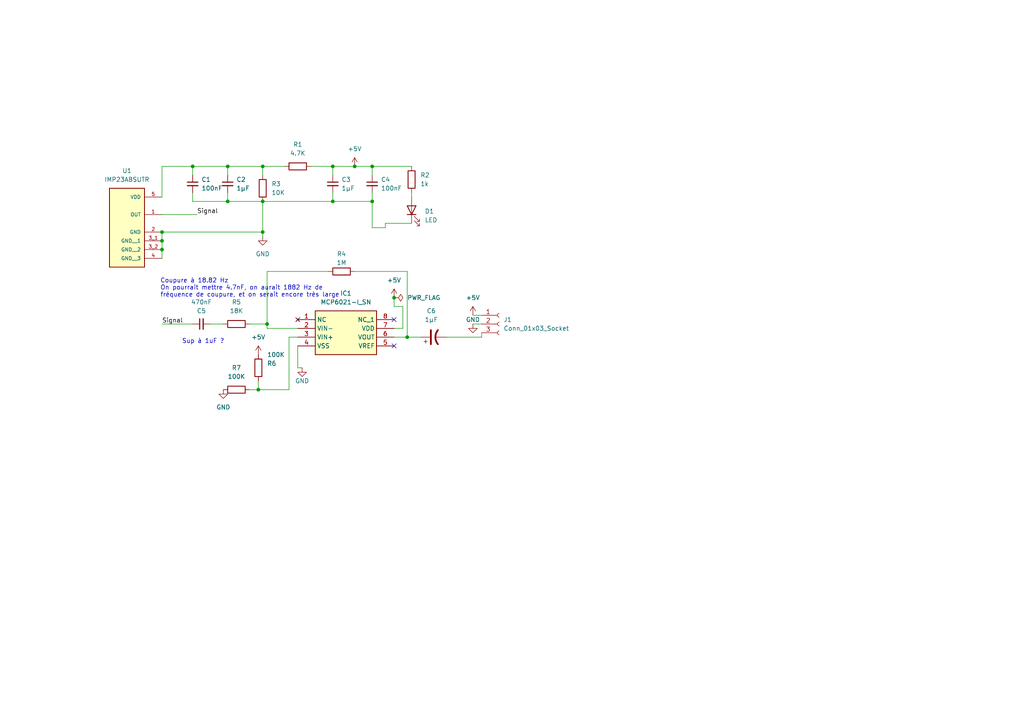
<source format=kicad_sch>
(kicad_sch (version 20250114) (generator "eeschema") (generator_version "9.0")
  (paper "A4")
  (lib_symbols
    (symbol "Connector:Conn_01x03_Socket" (pin_names (offset 1.016) (hide yes))
      (property "Reference" "J" (at 0 5.08 0))
      (property "Value" "Conn_01x03_Socket" (at 0 -5.08 0))
      (symbol "Conn_01x03_Socket_1_1"
        (polyline (pts (xy -1.27 2.54) (xy -0.508 2.54)) (stroke (width 0.1524)))
        (polyline (pts (xy -1.27 0) (xy -0.508 0)) (stroke (width 0.1524)))
        (polyline (pts (xy -1.27 -2.54) (xy -0.508 -2.54)) (stroke (width 0.1524)))
        (arc (start 0 2.032) (mid -0.5058 2.54) (end 0 3.048) (stroke (width 0.1524)))
        (arc (start 0 -0.508) (mid -0.5058 0) (end 0 0.508) (stroke (width 0.1524)))
        (arc (start 0 -3.048) (mid -0.5058 -2.54) (end 0 -2.032) (stroke (width 0.1524)))
        (pin passive line (at -5.08 2.54 0) (length 3.81) (name "Pin_1") (number "1"))
        (pin passive line (at -5.08 0 0) (length 3.81) (name "Pin_2") (number "2"))
        (pin passive line (at -5.08 -2.54 0) (length 3.81) (name "Pin_3") (number "3"))
      )
    )
    (symbol "Device:C_Polarized_US" (pin_numbers (hide yes)) (pin_names (offset 0.254) (hide yes))
      (property "Reference" "C" (at 0.635 2.54 0))
      (property "Value" "C_Polarized_US" (at 0.635 -2.54 0))
      (symbol "C_Polarized_US_0_1"
        (polyline (pts (xy -2.032 0.762) (xy 2.032 0.762)) (stroke (width 0.508)))
        (polyline (pts (xy -1.778 2.286) (xy -0.762 2.286)))
        (polyline (pts (xy -1.27 1.778) (xy -1.27 2.794)))
        (arc (start -2.032 -1.27) (mid 0 -0.5572) (end 2.032 -1.27) (stroke (width 0.508)))
      )
      (symbol "C_Polarized_US_1_1"
        (pin passive line (at 0 3.81 270) (length 2.794) (name "~") (number "1"))
        (pin passive line (at 0 -3.81 90) (length 3.302) (name "~") (number "2"))
      )
    )
    (symbol "Device:C_Small" (pin_numbers (hide yes)) (pin_names (offset 0.254) (hide yes))
      (property "Reference" "C" (at 0.254 1.778 0))
      (property "Value" "C_Small" (at 0.254 -2.032 0))
      (symbol "C_Small_0_1"
        (polyline (pts (xy -1.524 0.508) (xy 1.524 0.508)) (stroke (width 0.3048)))
        (polyline (pts (xy -1.524 -0.508) (xy 1.524 -0.508)) (stroke (width 0.3302)))
      )
      (symbol "C_Small_1_1"
        (pin passive line (at 0 2.54 270) (length 2.032) (name "~") (number "1"))
        (pin passive line (at 0 -2.54 90) (length 2.032) (name "~") (number "2"))
      )
    )
    (symbol "Device:LED" (pin_numbers (hide yes)) (pin_names (offset 1.016) (hide yes))
      (property "Reference" "D" (at 0 2.54 0))
      (property "Value" "LED" (at 0 -2.54 0))
      (symbol "LED_0_1"
        (polyline (pts (xy -3.048 -0.762) (xy -4.572 -2.286) (xy -3.81 -2.286) (xy -4.572 -2.286) (xy -4.572 -1.524)))
        (polyline (pts (xy -1.778 -0.762) (xy -3.302 -2.286) (xy -2.54 -2.286) (xy -3.302 -2.286) (xy -3.302 -1.524)))
        (polyline (pts (xy -1.27 0) (xy 1.27 0)))
        (polyline (pts (xy -1.27 -1.27) (xy -1.27 1.27)) (stroke (width 0.254)))
        (polyline (pts (xy 1.27 -1.27) (xy 1.27 1.27) (xy -1.27 0) (xy 1.27 -1.27)) (stroke (width 0.254)))
      )
      (symbol "LED_1_1"
        (pin passive line (at -3.81 0 0) (length 2.54) (name "K") (number "1"))
        (pin passive line (at 3.81 0 180) (length 2.54) (name "A") (number "2"))
      )
    )
    (symbol "Device:R" (pin_numbers (hide yes)) (pin_names (offset 0))
      (property "Reference" "R" (at 2.032 0 90))
      (property "Value" "R" (at 0 0 90))
      (symbol "R_0_1"
        (rectangle (start -1.016 -2.54) (end 1.016 2.54) (stroke (width 0.254)))
      )
      (symbol "R_1_1"
        (pin passive line (at 0 3.81 270) (length 1.27) (name "~") (number "1"))
        (pin passive line (at 0 -3.81 90) (length 1.27) (name "~") (number "2"))
      )
    )
    (symbol "MCP6021-I_SN:MCP6021-I_SN"
      (property "Reference" "IC" (at 24.13 7.62 0))
      (property "Value" "MCP6021-I_SN" (at 24.13 5.08 0))
      (symbol "MCP6021-I_SN_1_1"
        (rectangle (start 5.08 2.54) (end 22.86 -10.16) (stroke (width 0.254)) (fill (type background)))
        (pin no_connect line (at 0 0 0) (length 5.08) (name "NC") (number "1"))
        (pin passive line (at 0 -2.54 0) (length 5.08) (name "VIN-") (number "2"))
        (pin passive line (at 0 -5.08 0) (length 5.08) (name "VIN+") (number "3"))
        (pin passive line (at 0 -7.62 0) (length 5.08) (name "VSS") (number "4"))
        (pin passive line (at 27.94 0 180) (length 5.08) (name "NC_1") (number "8"))
        (pin passive line (at 27.94 -2.54 180) (length 5.08) (name "VDD") (number "7"))
        (pin passive line (at 27.94 -5.08 180) (length 5.08) (name "VOUT") (number "6"))
        (pin passive line (at 27.94 -7.62 180) (length 5.08) (name "VREF") (number "5"))
      )
    )
    (symbol "_OCTAV_symbols:IMP23ABSUTR" (pin_names (offset 1.016))
      (property "Reference" "U" (at -5.08 8.382 0))
      (property "Value" "IMP23ABSUTR" (at -5.08 -17.78 0))
      (symbol "IMP23ABSUTR_0_0"
        (rectangle (start -5.08 -15.24) (end 5.08 7.62) (stroke (width 0.254)) (fill (type background)))
        (pin power_in line (at 10.16 5.08 180) (length 5.08) (name "VDD") (number "5"))
        (pin output line (at 10.16 0 180) (length 5.08) (name "OUT") (number "1"))
        (pin power_in line (at 10.16 -5.08 180) (length 5.08) (name "GND") (number "2"))
        (pin power_in line (at 10.16 -7.62 180) (length 5.08) (name "GND__1") (number "3_1"))
        (pin power_in line (at 10.16 -10.16 180) (length 5.08) (name "GND__2") (number "3_2"))
        (pin power_in line (at 10.16 -12.7 180) (length 5.08) (name "GND__3") (number "4"))
      )
    )
    (symbol "power:+5V" (power) (pin_names (offset 0))
      (property "Value" "+5V" (at 0 3.556 0))
      (symbol "+5V_0_1"
        (polyline (pts (xy -0.762 1.27) (xy 0 2.54)))
        (polyline (pts (xy 0 2.54) (xy 0.762 1.27)))
        (polyline (pts (xy 0 0) (xy 0 2.54)))
      )
      (symbol "+5V_1_1"
        (pin power_in line (at 0 0 90) (length 0) (hide yes) (name "+5V") (number "1"))
      )
    )
    (symbol "power:GND" (power) (pin_names (offset 0))
      (property "Value" "GND" (at 0 -3.81 0))
      (symbol "GND_0_1"
        (polyline (pts (xy 0 0) (xy 0 -1.27) (xy 1.27 -1.27) (xy 0 -2.54) (xy -1.27 -1.27) (xy 0 -1.27)))
      )
      (symbol "GND_1_1"
        (pin power_in line (at 0 0 270) (length 0) (hide yes) (name "GND") (number "1"))
      )
    )
    (symbol "power:PWR_FLAG" (power) (pin_numbers (hide yes)) (pin_names (offset 0) (hide yes))
      (property "Value" "PWR_FLAG" (at 0 3.81 0))
      (symbol "PWR_FLAG_0_0"
        (pin power_out line (at 0 0 90) (length 0) (name "pwr") (number "1"))
      )
      (symbol "PWR_FLAG_0_1"
        (polyline (pts (xy 0 0) (xy 0 1.27) (xy -1.016 1.905) (xy 0 2.54) (xy 1.016 1.905) (xy 0 1.27)))
      )
    )
  )
  (text "Sup à 1uF ?\n" (at 58.928 99.06 0) (effects (font (size 1.27 1.27))))
  (text "Coupure à 18.82 Hz\nOn pourrait mettre 4.7nF, on aurait 1882 Hz de\nfréquence de coupure, et on serait encore très large" (at 46.482 80.772 0) (effects (font (size 1.27 1.27)) (justify left top)))
  (junction (at 96.52 48.26))
  (junction (at 77.47 93.98))
  (junction (at 118.11 97.79))
  (junction (at 107.95 48.26))
  (junction (at 46.99 67.31))
  (junction (at 107.95 58.42))
  (junction (at 114.3 86.36))
  (junction (at 102.87 48.26))
  (junction (at 46.99 69.85))
  (junction (at 66.04 58.42))
  (junction (at 76.2 48.26))
  (junction (at 96.52 58.42))
  (junction (at 66.04 48.26))
  (junction (at 76.2 58.42))
  (junction (at 74.93 113.03))
  (junction (at 46.99 72.39))
  (junction (at 76.2 67.31))
  (junction (at 55.88 48.26))
  (no_connect (at 86.36 92.71))
  (no_connect (at 114.3 92.71))
  (no_connect (at 114.3 100.33))
  (wire (pts (xy 76.2 67.31) (xy 76.2 58.42)))
  (wire (pts (xy 111.76 66.04) (xy 107.95 66.04)))
  (wire (pts (xy 129.54 97.79) (xy 139.7 97.79)))
  (wire (pts (xy 46.99 69.85) (xy 46.99 72.39)))
  (wire (pts (xy 107.95 58.42) (xy 107.95 55.88)))
  (wire (pts (xy 111.76 64.77) (xy 111.76 66.04)))
  (wire (pts (xy 116.84 95.25) (xy 116.84 88.9)))
  (wire (pts (xy 55.88 55.88) (xy 55.88 58.42)))
  (wire (pts (xy 137.16 93.98) (xy 139.7 93.98)))
  (wire (pts (xy 118.11 97.79) (xy 121.92 97.79)))
  (wire (pts (xy 72.39 113.03) (xy 74.93 113.03)))
  (wire (pts (xy 137.16 91.44) (xy 139.7 91.44)))
  (wire (pts (xy 74.93 113.03) (xy 74.93 110.49)))
  (wire (pts (xy 96.52 48.26) (xy 90.17 48.26)))
  (wire (pts (xy 77.47 93.98) (xy 77.47 95.25)))
  (wire (pts (xy 95.25 78.74) (xy 77.47 78.74)))
  (wire (pts (xy 107.95 48.26) (xy 119.38 48.26)))
  (wire (pts (xy 66.04 48.26) (xy 66.04 50.8)))
  (wire (pts (xy 46.99 57.15) (xy 46.99 48.26)))
  (wire (pts (xy 119.38 55.88) (xy 119.38 57.15)))
  (wire (pts (xy 46.99 48.26) (xy 55.88 48.26)))
  (wire (pts (xy 55.88 48.26) (xy 66.04 48.26)))
  (wire (pts (xy 76.2 58.42) (xy 96.52 58.42)))
  (wire (pts (xy 46.99 67.31) (xy 46.99 69.85)))
  (wire (pts (xy 107.95 48.26) (xy 102.87 48.26)))
  (wire (pts (xy 46.99 93.98) (xy 55.88 93.98)))
  (wire (pts (xy 114.3 88.9) (xy 114.3 86.36)))
  (wire (pts (xy 102.87 48.26) (xy 96.52 48.26)))
  (wire (pts (xy 46.99 62.23) (xy 57.15 62.23)))
  (wire (pts (xy 60.96 93.98) (xy 64.77 93.98)))
  (wire (pts (xy 102.87 78.74) (xy 118.11 78.74)))
  (wire (pts (xy 118.11 97.79) (xy 114.3 97.79)))
  (wire (pts (xy 74.93 113.03) (xy 83.82 113.03)))
  (wire (pts (xy 83.82 113.03) (xy 83.82 97.79)))
  (wire (pts (xy 114.3 95.25) (xy 116.84 95.25)))
  (wire (pts (xy 66.04 48.26) (xy 76.2 48.26)))
  (wire (pts (xy 66.04 58.42) (xy 76.2 58.42)))
  (wire (pts (xy 76.2 68.58) (xy 76.2 67.31)))
  (wire (pts (xy 119.38 64.77) (xy 111.76 64.77)))
  (wire (pts (xy 107.95 48.26) (xy 107.95 50.8)))
  (wire (pts (xy 82.55 48.26) (xy 76.2 48.26)))
  (wire (pts (xy 83.82 97.79) (xy 86.36 97.79)))
  (wire (pts (xy 96.52 55.88) (xy 96.52 58.42)))
  (wire (pts (xy 139.7 96.52) (xy 139.7 97.79)))
  (wire (pts (xy 55.88 48.26) (xy 55.88 50.8)))
  (wire (pts (xy 107.95 66.04) (xy 107.95 58.42)))
  (wire (pts (xy 86.36 106.68) (xy 86.36 100.33)))
  (wire (pts (xy 118.11 78.74) (xy 118.11 97.79)))
  (wire (pts (xy 66.04 55.88) (xy 66.04 58.42)))
  (wire (pts (xy 76.2 48.26) (xy 76.2 50.8)))
  (wire (pts (xy 72.39 93.98) (xy 77.47 93.98)))
  (wire (pts (xy 116.84 88.9) (xy 114.3 88.9)))
  (wire (pts (xy 77.47 78.74) (xy 77.47 93.98)))
  (wire (pts (xy 55.88 58.42) (xy 66.04 58.42)))
  (wire (pts (xy 46.99 67.31) (xy 76.2 67.31)))
  (wire (pts (xy 46.99 72.39) (xy 46.99 74.93)))
  (wire (pts (xy 96.52 58.42) (xy 107.95 58.42)))
  (wire (pts (xy 96.52 48.26) (xy 96.52 50.8)))
  (wire (pts (xy 87.63 106.68) (xy 86.36 106.68)))
  (wire (pts (xy 77.47 95.25) (xy 86.36 95.25)))
  (label "Signal" (at 46.99 93.98 0))
  (label "Signal" (at 57.15 62.23 0))
  (symbol (lib_id "power:+5V") (at 114.3 86.36 0) (unit 1)
    (property "Reference" "#PWR03" (effects (hide yes)))
    (property "Value" "+5V" (at 114.3 81.28 0))
  )
  (symbol (lib_id "Device:LED") (at 119.38 60.96 90) (unit 1)
    (property "Reference" "D1" (at 123.19 61.2775 90) (effects (justify right)))
    (property "Value" "LED" (at 123.19 63.8175 90) (effects (justify right)))
    (property "Footprint" "LED_SMD:LED_0805_2012Metric" (effects (hide yes)))
    (property "Datasheet" "https://www.we-online.com/components/products/datasheet/150080RS75000.pdf" (effects (hide yes)))
    (property "Manufacturer_Name" "Würth Elektronik" (effects (hide yes)))
    (property "Manufacturer_Part_Number" "150080RS75000" (effects (hide yes)))
    (property "MN" "Würth Elektronik" (effects (hide yes)))
    (property "MP" "150080RS75000" (effects (hide yes)))
  )
  (symbol (lib_id "Device:C_Small") (at 96.52 53.34 0) (unit 1)
    (property "Reference" "C3" (at 99.06 52.0762 0) (effects (justify left)))
    (property "Value" "1µF" (at 99.06 54.6162 0) (effects (justify left)))
    (property "Footprint" "Capacitor_SMD:C_0805_2012Metric" (effects (hide yes)))
    (property "Manufacturer_Name" "KEMET" (effects (hide yes)))
    (property "Manufacturer_Part_Number" "C0805C105K3RACTU" (effects (hide yes)))
    (property "MN" "KEMET" (effects (hide yes)))
    (property "MP" "C0805C105K3RACTU" (effects (hide yes)))
  )
  (symbol (lib_id "Device:R") (at 74.93 106.68 0) (unit 1)
    (property "Reference" "R6" (at 77.47 105.41 0) (effects (justify left)))
    (property "Value" "100K" (at 77.47 102.87 0) (effects (justify left)))
    (property "Footprint" "Resistor_SMD:R_0805_2012Metric" (effects (hide yes)))
    (property "Manufacturer_Name" "YAGEO" (effects (hide yes)))
    (property "Manufacturer_Part_Number" "RC0805JR-07100KL" (effects (hide yes)))
    (property "MN" "YAGEO" (effects (hide yes)))
    (property "MP" "RC0805JR-07100KL" (effects (hide yes)))
  )
  (symbol (lib_id "Device:R") (at 76.2 54.61 0) (unit 1)
    (property "Reference" "R3" (at 78.74 53.34 0) (effects (justify left)))
    (property "Value" "10K" (at 78.74 55.88 0) (effects (justify left)))
    (property "Footprint" "Resistor_SMD:R_0805_2012Metric" (effects (hide yes)))
    (property "Manufacturer_Name" "YAGEO" (effects (hide yes)))
    (property "Manufacturer_Part_Number" "RC0805JR-0710KL" (effects (hide yes)))
    (property "MN" "YAGEO" (effects (hide yes)))
    (property "MP" "RC0805JR-0710KL" (effects (hide yes)))
  )
  (symbol (lib_id "Device:C_Small") (at 107.95 53.34 0) (unit 1)
    (property "Reference" "C4" (at 110.49 52.0763 0) (effects (justify left)))
    (property "Value" "100nF" (at 110.49 54.6163 0) (effects (justify left)))
    (property "Footprint" "Capacitor_SMD:C_0805_2012Metric" (effects (hide yes)))
    (property "Manufacturer_Name" "KEMET" (effects (hide yes)))
    (property "Manufacturer_Part_Number" "C0805C104K5RACTU" (effects (hide yes)))
    (property "MN" "KEMET" (effects (hide yes)))
    (property "MP" "C0805C104K5RACTU" (effects (hide yes)))
  )
  (symbol (lib_id "Device:C_Polarized_US") (at 125.73 97.79 90) (unit 1)
    (property "Reference" "C6" (at 125.095 90.17 90))
    (property "Value" "1µF" (at 125.095 92.71 90))
    (property "Footprint" "Capacitor_SMD:C_0805_2012Metric" (effects (hide yes)))
    (property "Manufacturer_Name" "KEMET" (effects (hide yes)))
    (property "Manufacturer_Part_Number" "C0805C105K3RACTU" (effects (hide yes)))
    (property "MN" "KEMET" (effects (hide yes)))
    (property "MP" "C0805C105K3RACTU" (effects (hide yes)))
  )
  (symbol (lib_id "Device:C_Small") (at 55.88 53.34 0) (unit 1)
    (property "Reference" "C1" (at 58.42 52.0763 0) (effects (justify left)))
    (property "Value" "100nF" (at 58.42 54.6163 0) (effects (justify left)))
    (property "Footprint" "Capacitor_SMD:C_0805_2012Metric" (effects (hide yes)))
    (property "Manufacturer_Name" "KEMET" (effects (hide yes)))
    (property "Manufacturer_Part_Number" "C0805C104K5RACTU" (effects (hide yes)))
    (property "MN" "KEMET" (effects (hide yes)))
    (property "MP" "C0805C104K5RACTU" (effects (hide yes)))
  )
  (symbol (lib_id "_OCTAV_symbols:IMP23ABSUTR") (at 36.83 62.23 0) (unit 1)
    (property "Reference" "U1" (at 36.83 49.53 0))
    (property "Value" "IMP23ABSUTR" (at 36.83 52.07 0))
    (property "Footprint" "_OCTAV_footprint:MIC_IMP23ABSUTR" (effects (hide yes)))
    (property "PARTREV" "2" (effects (hide yes)))
    (property "STANDARD" "Manufacturer Recommendations" (effects (hide yes)))
    (property "MAXIMUM_PACKAGE_HEIGHT" "1.08 mm" (effects (hide yes)))
    (property "MANUFACTURER" "STMicroelectronics" (effects (hide yes)))
    (property "MN" "STMicroelectronics" (effects (hide yes)))
    (property "MP" "IMP23ABSUTR" (effects (hide yes)))
  )
  (symbol (lib_id "Device:C_Small") (at 66.04 53.34 0) (unit 1)
    (property "Reference" "C2" (at 68.58 52.0762 0) (effects (justify left)))
    (property "Value" "1µF" (at 68.58 54.6162 0) (effects (justify left)))
    (property "Footprint" "Capacitor_SMD:C_0805_2012Metric" (effects (hide yes)))
    (property "Manufacturer_Name" "KEMET" (effects (hide yes)))
    (property "Manufacturer_Part_Number" "C0805C105K3RACTU" (effects (hide yes)))
    (property "MN" "KEMET" (effects (hide yes)))
    (property "MP" "C0805C105K3RACTU" (effects (hide yes)))
  )
  (symbol (lib_id "power:+5V") (at 137.16 91.44 0) (unit 1)
    (property "Reference" "#PWR04" (effects (hide yes)))
    (property "Value" "+5V" (at 137.16 86.36 0))
  )
  (symbol (lib_id "Connector:Conn_01x03_Socket") (at 144.78 93.98 0) (unit 1)
    (property "Reference" "J1" (at 146.05 92.71 0) (effects (justify left)))
    (property "Value" "Conn_01x03_Socket" (at 146.05 95.25 0) (effects (justify left)))
    (property "Footprint" "_OCTAV_footprint:CONN_B3B-PH-SM4-TB_03P_JST" (effects (hide yes)))
    (property "Datasheet" "https://mm.digikey.com/Volume0/opasdata/d220001/medias/docus/384/SPU0410LR5H-QB_RevH_3-27-13.pdf" (effects (hide yes)))
    (property "Manufacturer_Name" "JST Sales America Inc." (effects (hide yes)))
    (property "Manufacturer_Part_Number" "B3B-PH-SM4-TB" (effects (hide yes)))
    (property "MN" "JST Sales America Inc." (effects (hide yes)))
    (property "MP" "B3B-PH-SM4-TB" (effects (hide yes)))
  )
  (symbol (lib_id "power:+5V") (at 74.93 102.87 0) (unit 1)
    (property "Reference" "#PWR06" (effects (hide yes)))
    (property "Value" "+5V" (at 74.93 97.79 0))
  )
  (symbol (lib_id "Device:R") (at 119.38 52.07 0) (unit 1)
    (property "Reference" "R2" (at 121.92 50.8 0) (effects (justify left)))
    (property "Value" "1k" (at 121.92 53.34 0) (effects (justify left)))
    (property "Footprint" "Resistor_SMD:R_0805_2012Metric" (effects (hide yes)))
    (property "Manufacturer_Name" "YAGEO" (effects (hide yes)))
    (property "Manufacturer_Part_Number" "RC0805JR-071KL" (effects (hide yes)))
    (property "MN" "YAGEO" (effects (hide yes)))
    (property "MP" "RC0805JR-071KL" (effects (hide yes)))
  )
  (symbol (lib_id "Device:C_Small") (at 58.42 93.98 90) (unit 1)
    (property "Reference" "C5" (at 58.42 90.17 90))
    (property "Value" "470nF" (at 58.42 87.63 90))
    (property "Footprint" "Capacitor_SMD:C_0805_2012Metric" (effects (hide yes)))
    (property "Manufacturer_Name" "KEMET" (effects (hide yes)))
    (property "Manufacturer_Part_Number" "C0805C474K5RACTU" (effects (hide yes)))
    (property "MN" "KEMET" (effects (hide yes)))
    (property "MP" "C0805C474K5RACTU" (effects (hide yes)))
  )
  (symbol (lib_id "power:PWR_FLAG") (at 114.3 86.36 270) (unit 1)
    (property "Reference" "#FLG01" (effects (hide yes)))
    (property "Value" "PWR_FLAG" (at 118.11 86.36 90) (effects (justify left)))
  )
  (symbol (lib_id "power:GND") (at 76.2 68.58 0) (unit 1)
    (property "Reference" "#PWR02" (effects (hide yes)))
    (property "Value" "GND" (at 76.2 73.66 0))
  )
  (symbol (lib_id "power:GND") (at 87.63 106.68 0) (unit 1)
    (property "Reference" "#PWR07" (effects (hide yes)))
    (property "Value" "GND" (at 87.63 110.49 0))
  )
  (symbol (lib_id "MCP6021-I_SN:MCP6021-I_SN") (at 86.36 92.71 0) (unit 1)
    (property "Reference" "IC1" (at 100.33 85.09 0))
    (property "Value" "MCP6021-I_SN" (at 100.33 87.63 0))
    (property "Footprint" "MCP6021-I_SN:SOIC127P600X175-8N" (effects (hide yes)))
    (property "Datasheet" "https://datasheet.datasheetarchive.com/originals/distributors/Datasheets-34/DSA-675014.pdf" (effects (hide yes)))
    (property "Height" "1.75" (effects (hide yes)))
    (property "Mouser Part Number" "579-MCP6021-I/SN" (effects (hide yes)))
    (property "Mouser Price/Stock" "https://www.mouser.co.uk/ProductDetail/Microchip-Technology/MCP6021-I-SN?qs=9y3LFqDLL8L4WthpIFdsDg%3D%3D" (effects (hide yes)))
    (property "Manufacturer_Name" "Microchip" (effects (hide yes)))
    (property "Manufacturer_Part_Number" "MCP6021-I/SN" (effects (hide yes)))
    (property "MN" "Microchip" (effects (hide yes)))
    (property "MP" "MCP6021-I/SN" (effects (hide yes)))
  )
  (symbol (lib_id "power:GND") (at 64.77 113.03 0) (unit 1)
    (property "Reference" "#PWR08" (effects (hide yes)))
    (property "Value" "GND" (at 64.77 118.11 0))
  )
  (symbol (lib_id "Device:R") (at 99.06 78.74 90) (unit 1)
    (property "Reference" "R4" (at 99.06 73.66 90))
    (property "Value" "1M" (at 99.06 76.2 90))
    (property "Footprint" "Resistor_SMD:R_0805_2012Metric" (effects (hide yes)))
    (property "Manufacturer_Name" "YAGEO" (effects (hide yes)))
    (property "Manufacturer_Part_Number" "RC0805JR-071ML" (effects (hide yes)))
    (property "MN" "YAGEO" (effects (hide yes)))
    (property "MP" "RC0805JR-071ML" (effects (hide yes)))
  )
  (symbol (lib_id "Device:R") (at 68.58 93.98 90) (unit 1)
    (property "Reference" "R5" (at 68.58 87.63 90))
    (property "Value" "18K" (at 68.58 90.17 90))
    (property "Footprint" "Resistor_SMD:R_0805_2012Metric" (effects (hide yes)))
    (property "Manufacturer_Name" "YAGEO" (effects (hide yes)))
    (property "Manufacturer_Part_Number" "RC0805JR-0718KL" (effects (hide yes)))
    (property "MN" "YAGEO" (effects (hide yes)))
    (property "MP" "RC0805JR-0718KL" (effects (hide yes)))
  )
  (symbol (lib_id "Device:R") (at 68.58 113.03 90) (unit 1)
    (property "Reference" "R7" (at 68.58 106.68 90))
    (property "Value" "100K" (at 68.58 109.22 90))
    (property "Footprint" "Resistor_SMD:R_0805_2012Metric" (effects (hide yes)))
    (property "Manufacturer_Name" "YAGEO" (effects (hide yes)))
    (property "Manufacturer_Part_Number" "RC0805JR-07100KL" (effects (hide yes)))
    (property "MN" "YAGEO" (effects (hide yes)))
    (property "MP" "RC0805JR-07100KL" (effects (hide yes)))
  )
  (symbol (lib_id "power:+5V") (at 102.87 48.26 0) (unit 1)
    (property "Reference" "#PWR01" (effects (hide yes)))
    (property "Value" "+5V" (at 102.87 43.18 0))
  )
  (symbol (lib_id "power:GND") (at 137.16 93.98 0) (unit 1)
    (property "Reference" "#PWR05" (effects (hide yes)))
    (property "Value" "GND" (at 137.16 92.71 0))
  )
  (symbol (lib_id "Device:R") (at 86.36 48.26 90) (unit 1)
    (property "Reference" "R1" (at 86.36 41.91 90))
    (property "Value" "4.7K" (at 86.36 44.45 90))
    (property "Footprint" "Resistor_SMD:R_0805_2012Metric" (effects (hide yes)))
    (property "Manufacturer_Name" "YAGEO" (effects (hide yes)))
    (property "Manufacturer_Part_Number" "AC0805FR-074K7L" (effects (hide yes)))
    (property "MN" "YAGEO" (effects (hide yes)))
    (property "MP" "AC0805FR-074K7L" (effects (hide yes)))
  )
)
</source>
